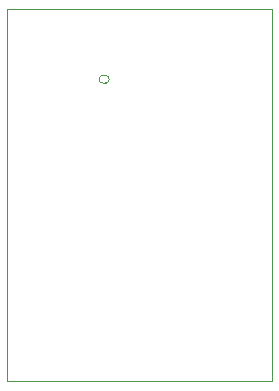
<source format=gbr>
%TF.GenerationSoftware,KiCad,Pcbnew,6.0.0*%
%TF.CreationDate,2022-01-30T15:16:09-05:00*%
%TF.ProjectId,stm32wb55ce_development_board,73746d33-3277-4623-9535-63655f646576,rev?*%
%TF.SameCoordinates,Original*%
%TF.FileFunction,Profile,NP*%
%FSLAX46Y46*%
G04 Gerber Fmt 4.6, Leading zero omitted, Abs format (unit mm)*
G04 Created by KiCad (PCBNEW 6.0.0) date 2022-01-30 15:16:09*
%MOMM*%
%LPD*%
G01*
G04 APERTURE LIST*
%TA.AperFunction,Profile*%
%ADD10C,0.050000*%
%TD*%
%TA.AperFunction,Profile*%
%ADD11C,0.100000*%
%TD*%
G04 APERTURE END LIST*
D10*
X177050000Y-62500000D02*
X154600000Y-62510000D01*
X154600000Y-62510000D02*
X154600000Y-94010000D01*
X177050000Y-94010000D02*
X177050000Y-62500000D01*
X154600000Y-94010000D02*
X177050000Y-94010000D01*
D11*
%TO.C,J2*%
X162700000Y-68110000D02*
X162950000Y-68110000D01*
X162950000Y-68740000D02*
X162700000Y-68740000D01*
X162950000Y-68740000D02*
G75*
G03*
X163265000Y-68425000I0J315000D01*
G01*
X163265000Y-68425000D02*
G75*
G03*
X162950000Y-68110000I-315000J0D01*
G01*
X162700000Y-68110000D02*
G75*
G03*
X162385000Y-68425000I0J-315000D01*
G01*
X162385000Y-68425000D02*
G75*
G03*
X162700000Y-68740000I315000J0D01*
G01*
%TD*%
M02*

</source>
